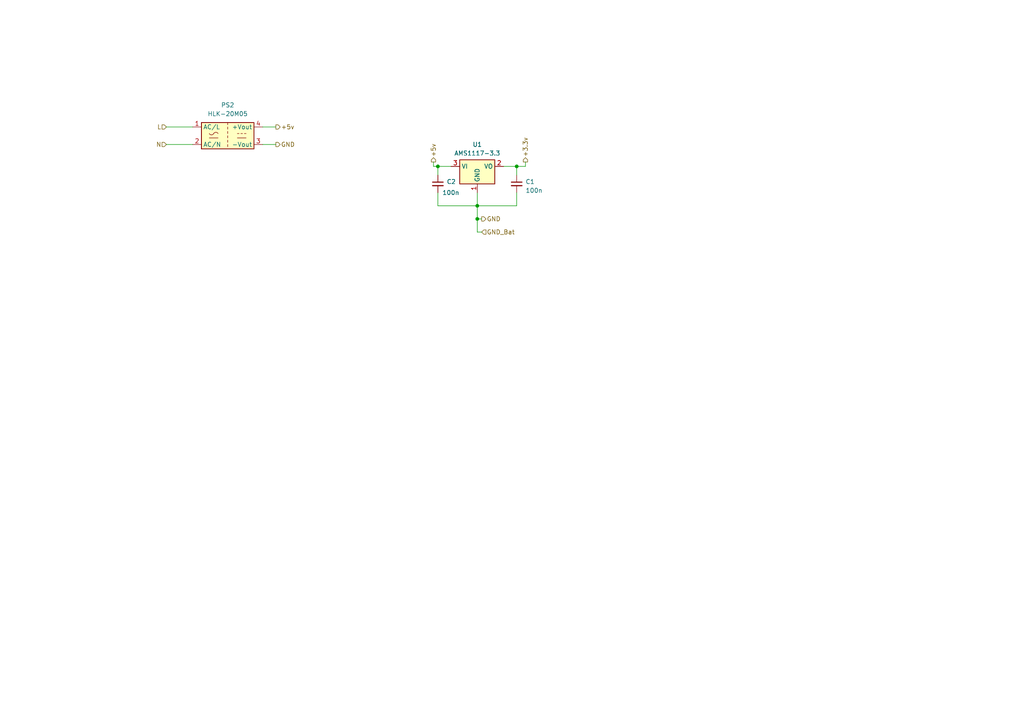
<source format=kicad_sch>
(kicad_sch (version 20230121) (generator eeschema)
  (paper "A4")
  (lib_symbols
    (symbol "Converter_ACDC:HLK-20M05"
      (property "Reference" "PS" (at 0 5.08 0))
      (property "Value" "HLK-20M05" (at 0 -5.08 0))
      (symbol "HLK-20M05_0_1"
        (rectangle (start -7.62 3.81) (end 7.62 -3.81) (stroke (width 0.254)) (fill (type background)))
        (arc (start -5.334 0.635) (mid -4.699 0.2495) (end -4.064 0.635))
        (arc (start -2.794 0.635) (mid -3.429 1.0072) (end -4.064 0.635))
        (polyline (pts (xy -5.334 -0.635) (xy -2.794 -0.635)))
        (polyline (pts (xy 0 -2.54) (xy 0 -3.175)))
        (polyline (pts (xy 0 -1.27) (xy 0 -1.905)))
        (polyline (pts (xy 0 0) (xy 0 -0.635)))
        (polyline (pts (xy 0 1.27) (xy 0 0.635)))
        (polyline (pts (xy 0 2.54) (xy 0 1.905)))
        (polyline (pts (xy 0 3.81) (xy 0 3.175)))
        (polyline (pts (xy 2.794 -0.635) (xy 5.334 -0.635)))
        (polyline (pts (xy 2.794 0.635) (xy 3.302 0.635)))
        (polyline (pts (xy 3.81 0.635) (xy 4.318 0.635)))
        (polyline (pts (xy 4.826 0.635) (xy 5.334 0.635)))
      )
      (symbol "HLK-20M05_1_1"
        (pin power_in line (at -10.16 2.54 0) (length 2.54) (name "AC/L") (number "1"))
        (pin power_in line (at -10.16 -2.54 0) (length 2.54) (name "AC/N") (number "2"))
        (pin power_out line (at 10.16 -2.54 180) (length 2.54) (name "-Vout") (number "3"))
        (pin power_out line (at 10.16 2.54 180) (length 2.54) (name "+Vout") (number "4"))
      )
    )
    (symbol "Device:C_Small" (pin_numbers hide) (pin_names (offset 0.254) hide)
      (property "Reference" "C" (at 0.254 1.778 0))
      (property "Value" "C_Small" (at 0.254 -2.032 0))
      (symbol "C_Small_0_1"
        (polyline (pts (xy -1.524 -0.508) (xy 1.524 -0.508)) (stroke (width 0.3302)))
        (polyline (pts (xy -1.524 0.508) (xy 1.524 0.508)) (stroke (width 0.3048)))
      )
      (symbol "C_Small_1_1"
        (pin passive line (at 0 2.54 270) (length 2.032) (name "~") (number "1"))
        (pin passive line (at 0 -2.54 90) (length 2.032) (name "~") (number "2"))
      )
    )
    (symbol "Regulator_Linear:AMS1117-3.3"
      (property "Reference" "U" (at -3.81 3.175 0))
      (property "Value" "AMS1117-3.3" (at 0 3.175 0))
      (symbol "AMS1117-3.3_0_1"
        (rectangle (start -5.08 -5.08) (end 5.08 1.905) (stroke (width 0.254)) (fill (type background)))
      )
      (symbol "AMS1117-3.3_1_1"
        (pin power_in line (at 0 -7.62 90) (length 2.54) (name "GND") (number "1"))
        (pin power_out line (at 7.62 0 180) (length 2.54) (name "VO") (number "2"))
        (pin power_in line (at -7.62 0 0) (length 2.54) (name "VI") (number "3"))
      )
    )
  )
  (junction (at 138.43 63.5))
  (junction (at 149.86 48.26))
  (junction (at 127 48.26))
  (junction (at 138.43 59.69))
  (wire (pts (xy 125.73 46.99) (xy 125.73 48.26)))
  (wire (pts (xy 139.7 63.5) (xy 138.43 63.5)))
  (wire (pts (xy 149.86 48.26) (xy 146.05 48.26)))
  (wire (pts (xy 48.26 36.83) (xy 55.88 36.83)))
  (wire (pts (xy 138.43 59.69) (xy 138.43 55.88)))
  (wire (pts (xy 139.7 67.31) (xy 138.43 67.31)))
  (wire (pts (xy 127 48.26) (xy 130.81 48.26)))
  (wire (pts (xy 76.2 36.83) (xy 80.01 36.83)))
  (wire (pts (xy 149.86 55.88) (xy 149.86 59.69)))
  (wire (pts (xy 125.73 48.26) (xy 127 48.26)))
  (wire (pts (xy 138.43 63.5) (xy 138.43 59.69)))
  (wire (pts (xy 138.43 59.69) (xy 149.86 59.69)))
  (wire (pts (xy 138.43 63.5) (xy 138.43 67.31)))
  (wire (pts (xy 127 50.8) (xy 127 48.26)))
  (wire (pts (xy 127 55.88) (xy 127 59.69)))
  (wire (pts (xy 48.26 41.91) (xy 55.88 41.91)))
  (wire (pts (xy 76.2 41.91) (xy 80.01 41.91)))
  (wire (pts (xy 152.4 48.26) (xy 149.86 48.26)))
  (wire (pts (xy 149.86 50.8) (xy 149.86 48.26)))
  (wire (pts (xy 127 59.69) (xy 138.43 59.69)))
  (wire (pts (xy 152.4 46.99) (xy 152.4 48.26)))
  (hierarchical_label "+5v" (shape output) (at 125.73 46.99 90))
  (hierarchical_label "GND" (shape output) (at 139.7 63.5 0))
  (hierarchical_label "+5v" (shape output) (at 80.01 36.83 0))
  (hierarchical_label "GND_Bat" (shape input) (at 139.7 67.31 0))
  (hierarchical_label "L" (shape input) (at 48.26 36.83 180))
  (hierarchical_label "+3.3v" (shape output) (at 152.4 46.99 90))
  (hierarchical_label "GND" (shape output) (at 80.01 41.91 0))
  (hierarchical_label "N" (shape input) (at 48.26 41.91 180))
  (symbol (lib_id "Regulator_Linear:AMS1117-3.3") (at 138.43 48.26 0) (unit 1)
    (property "Reference" "U1" (at 138.43 41.91 0))
    (property "Value" "AMS1117-3.3" (at 138.43 44.45 0))
    (property "Footprint" "Package_TO_SOT_SMD:SOT-223-3_TabPin2" (effects hide))
    (property "Datasheet" "http://www.advanced-monolithic.com/pdf/ds1117.pdf" (effects hide))
  )
  (symbol (lib_id "Converter_ACDC:HLK-20M05") (at 66.04 39.37 0) (unit 1)
    (property "Reference" "PS2" (at 66.04 30.48 0))
    (property "Value" "HLK-20M05" (at 66.04 33.02 0))
    (property "Footprint" "Converter_ACDC:Converter_ACDC_Hi-Link_HLK-20Mxx" (effects hide))
    (property "Datasheet" "https://h.hlktech.com/download/ACDC%E7%94%B5%E6%BA%90%E6%A8%A1%E5%9D%9720W%E7%B3%BB%E5%88%97/1/%E6%B5%B7%E5%87%8C%E7%A7%9120W%E7%B3%BB%E5%88%97%E7%94%B5%E6%BA%90%E6%A8%A1%E5%9D%97%E8%A7%84%E6%A0%BC%E4%B9%A6V1.6.pdf" (effects hide))
  )
  (symbol (lib_id "Device:C_Small") (at 149.86 53.34 0) (unit 1)
    (property "Reference" "C1" (at 152.4 52.7113 0) (effects (justify left)))
    (property "Value" "100n" (at 152.4 55.2513 0) (effects (justify left)))
    (property "Footprint" "Capacitor_SMD:C_1206_3216Metric" (effects hide))
  )
  (symbol (lib_id "Device:C_Small") (at 127 53.34 0) (unit 1)
    (property "Reference" "C2" (at 129.54 52.7113 0) (effects (justify left)))
    (property "Value" "100n" (at 128.27 55.88 0) (effects (justify left)))
    (property "Footprint" "Capacitor_SMD:C_1206_3216Metric" (effects hide))
  )
)
</source>
